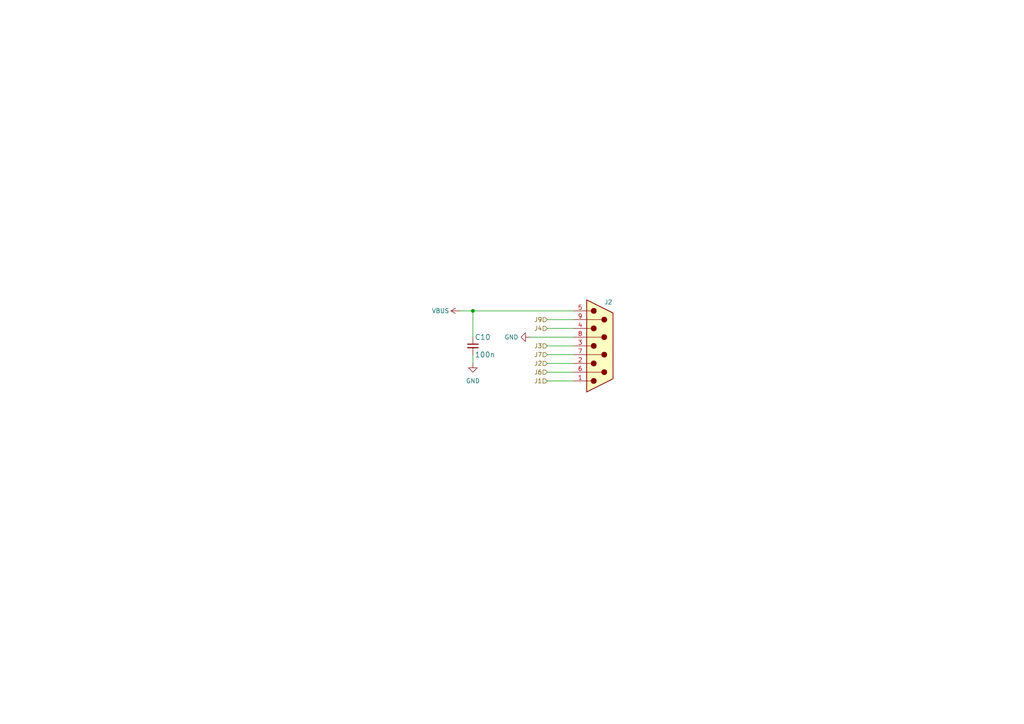
<source format=kicad_sch>
(kicad_sch (version 20250114) (generator "eeschema") (generator_version "9.0")
  (paper "A4")
  (title_block (title "${NAME} ${MODEL}") (date "2025-07-04") (rev "${VERSION}") (company "Mikhail Matveev") (comment 1 "https://github.com/rh1tech/echo"))
  (lib_symbols
    (symbol "Device:C_Small" (pin_numbers (hide yes)) (pin_names (offset 0.254) (hide yes))
      (property "Reference" "C" (at 0.254 1.778 0))
      (property "Value" "C_Small" (at 0.254 -2.032 0))
      (symbol "C_Small_0_1"
        (polyline (pts (xy -1.524 0.508) (xy 1.524 0.508)) (stroke (width 0.3048)))
        (polyline (pts (xy -1.524 -0.508) (xy 1.524 -0.508)) (stroke (width 0.3302)))
      )
      (symbol "C_Small_1_1"
        (pin passive line (at 0 2.54 270) (length 2.032) (name "~") (number "1"))
        (pin passive line (at 0 -2.54 90) (length 2.032) (name "~") (number "2"))
      )
    )
    (symbol "FRANK:DB9_Male_Small" (pin_names (offset 1.016) (hide yes))
      (property "Reference" "JOY1" (at 1.27 12.7 0))
      (symbol "DB9_Male_Small_0_1"
        (polyline (pts (xy -3.81 10.16) (xy -2.54 10.16)))
        (polyline (pts (xy -3.81 7.62) (xy 0.508 7.62)))
        (polyline (pts (xy -3.81 5.08) (xy -2.54 5.08)))
        (polyline (pts (xy -3.81 2.54) (xy 0.508 2.54)))
        (polyline (pts (xy -3.81 0) (xy -2.54 0)))
        (polyline (pts (xy -3.81 -2.54) (xy 0.508 -2.54)))
        (polyline (pts (xy -3.81 -5.08) (xy -2.54 -5.08)))
        (polyline (pts (xy -3.81 -7.62) (xy 0.508 -7.62)))
        (polyline (pts (xy -3.81 -10.16) (xy -2.54 -10.16)))
        (polyline (pts (xy -3.81 -13.335) (xy -3.81 13.335) (xy 3.81 9.525) (xy 3.81 -9.525) (xy -3.81 -13.335)) (stroke (width 0.254)) (fill (type background)))
        (circle (center -1.778 10.16) (radius 0.762) (fill (type outline)))
        (circle (center -1.778 5.08) (radius 0.762) (fill (type outline)))
        (circle (center -1.778 0) (radius 0.762) (fill (type outline)))
        (circle (center -1.778 -5.08) (radius 0.762) (fill (type outline)))
        (circle (center -1.778 -10.16) (radius 0.762) (fill (type outline)))
        (circle (center 1.27 7.62) (radius 0.762) (fill (type outline)))
        (circle (center 1.27 2.54) (radius 0.762) (fill (type outline)))
        (circle (center 1.27 -2.54) (radius 0.762) (fill (type outline)))
        (circle (center 1.27 -7.62) (radius 0.762) (fill (type outline)))
      )
      (symbol "DB9_Male_Small_1_1"
        (pin passive line (at -7.62 10.16 0) (length 3.81) (name "5") (number "5"))
        (pin passive line (at -7.62 7.62 0) (length 3.81) (name "9") (number "9"))
        (pin passive line (at -7.62 5.08 0) (length 3.81) (name "4") (number "4"))
        (pin passive line (at -7.62 2.54 0) (length 3.81) (name "8") (number "8"))
        (pin passive line (at -7.62 0 0) (length 3.81) (name "3") (number "3"))
        (pin passive line (at -7.62 -2.54 0) (length 3.81) (name "7") (number "7"))
        (pin passive line (at -7.62 -5.08 0) (length 3.81) (name "2") (number "2"))
        (pin passive line (at -7.62 -7.62 0) (length 3.81) (name "6") (number "6"))
        (pin passive line (at -7.62 -10.16 0) (length 3.81) (name "1") (number "1"))
      )
    )
    (symbol "GND_1" (power) (pin_numbers (hide yes)) (pin_names (offset 0) (hide yes))
      (property "Value" "GND" (at 0 -3.81 0))
      (symbol "GND_1_0_1"
        (polyline (pts (xy 0 0) (xy 0 -1.27) (xy 1.27 -1.27) (xy 0 -2.54) (xy -1.27 -1.27) (xy 0 -1.27)))
      )
      (symbol "GND_1_1_1"
        (pin power_in line (at 0 0 270) (length 0) (name "~") (number "1"))
      )
    )
    (symbol "power:GND" (power) (pin_numbers (hide yes)) (pin_names (offset 0) (hide yes))
      (property "Value" "GND" (at 0 -3.81 0))
      (symbol "GND_0_1"
        (polyline (pts (xy 0 0) (xy 0 -1.27) (xy 1.27 -1.27) (xy 0 -2.54) (xy -1.27 -1.27) (xy 0 -1.27)))
      )
      (symbol "GND_1_1"
        (pin power_in line (at 0 0 270) (length 0) (name "~") (number "1"))
      )
    )
    (symbol "power:VBUS" (power) (pin_numbers (hide yes)) (pin_names (offset 0) (hide yes))
      (property "Value" "VBUS" (at 0 3.556 0))
      (symbol "VBUS_0_1"
        (polyline (pts (xy -0.762 1.27) (xy 0 2.54)))
        (polyline (pts (xy 0 2.54) (xy 0.762 1.27)))
        (polyline (pts (xy 0 0) (xy 0 2.54)))
      )
      (symbol "VBUS_1_1"
        (pin power_in line (at 0 0 90) (length 0) (name "~") (number "1"))
      )
    )
  )
  (junction (at 137.16 90.17))
  (wire (pts (xy 137.16 102.87) (xy 137.16 105.41)))
  (wire (pts (xy 158.75 100.33) (xy 166.37 100.33)))
  (wire (pts (xy 158.75 95.25) (xy 166.37 95.25)))
  (wire (pts (xy 133.35 90.17) (xy 137.16 90.17)))
  (wire (pts (xy 158.75 110.49) (xy 166.37 110.49)))
  (wire (pts (xy 137.16 90.17) (xy 166.37 90.17)))
  (wire (pts (xy 137.16 90.17) (xy 137.16 97.79)))
  (wire (pts (xy 158.75 105.41) (xy 166.37 105.41)))
  (wire (pts (xy 158.75 92.71) (xy 166.37 92.71)))
  (wire (pts (xy 153.67 97.79) (xy 166.37 97.79)))
  (wire (pts (xy 158.75 107.95) (xy 166.37 107.95)))
  (wire (pts (xy 158.75 102.87) (xy 166.37 102.87)))
  (hierarchical_label "J7" (shape input) (at 158.75 102.87 180))
  (hierarchical_label "J9" (shape input) (at 158.75 92.71 180))
  (hierarchical_label "J4" (shape input) (at 158.75 95.25 180))
  (hierarchical_label "J2" (shape input) (at 158.75 105.41 180))
  (hierarchical_label "J3" (shape input) (at 158.75 100.33 180))
  (hierarchical_label "J6" (shape input) (at 158.75 107.95 180))
  (hierarchical_label "J1" (shape input) (at 158.75 110.49 180))
  (symbol (lib_id "power:VBUS") (at 133.35 90.17 90) (unit 1)
    (property "Reference" "#PWR036" (effects (hide yes)))
    (property "Value" "VBUS" (at 127.762 90.17 90))
    (property "Description" "Power symbol creates a global label with name \"VBUS\"" (effects (hide yes)))
  )
  (symbol (lib_id "FRANK:DB9_Male_Small") (at 173.99 100.33 0) (unit 1)
    (property "Reference" "J2" (at 175.26 87.63 0) (effects (justify left)))
    (property "Value" "D-SUB 9 Male" (effects (hide yes)))
    (property "Footprint" "FRANK:D-SUB (9 pin, male, top mount)" (effects (hide yes)))
    (property "Datasheet" "https://eu.mouser.com/datasheet/2/578/original-3313093.pdf" (effects (hide yes)))
    (property "AliExpress" "https://www.aliexpress.com/item/4001214300548.html" (effects (hide yes)))
  )
  (symbol (lib_name "GND_1") (lib_id "power:GND") (at 153.67 97.79 270) (unit 1)
    (property "Reference" "#PWR037" (effects (hide yes)))
    (property "Value" "GND" (at 150.368 97.79 90) (effects (justify right)))
    (property "Description" "Power symbol creates a global label with name \"GND\" , ground" (effects (hide yes)))
  )
  (symbol (lib_id "Device:C_Small") (at 137.16 100.33 0) (unit 1)
    (property "Reference" "C10" (at 137.668 97.79 0) (effects (font (size 1.524 1.524)) (justify left)))
    (property "Value" "100n" (at 137.668 102.87 0) (effects (font (size 1.524 1.524)) (justify left)))
    (property "Footprint" "FRANK:Capacitor (0402)" (effects (hide yes)))
    (property "Description" "Unpolarized capacitor, small symbol" (effects (hide yes)))
    (property "AliExpress" "https://www.aliexpress.com/item/33008008276.html" (effects (hide yes)))
  )
  (symbol (lib_id "power:GND") (at 137.16 105.41 0) (unit 1)
    (property "Reference" "#PWR038" (effects (hide yes)))
    (property "Value" "GND" (at 137.16 110.49 0))
    (property "Description" "Power symbol creates a global label with name \"GND\" , ground" (effects (hide yes)))
  )
)
</source>
